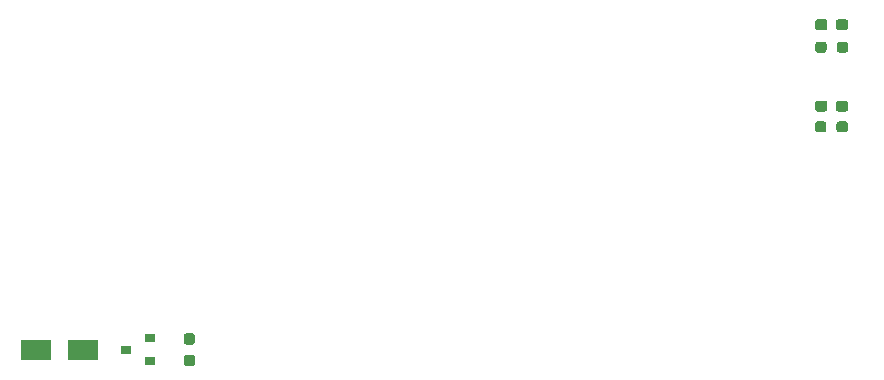
<source format=gtp>
G04 #@! TF.GenerationSoftware,KiCad,Pcbnew,(5.1.12)-1*
G04 #@! TF.CreationDate,2022-05-31T10:14:08-04:00*
G04 #@! TF.ProjectId,OMC_WIFI_PCB,4f4d435f-5749-4464-995f-5043422e6b69,rev?*
G04 #@! TF.SameCoordinates,Original*
G04 #@! TF.FileFunction,Paste,Top*
G04 #@! TF.FilePolarity,Positive*
%FSLAX46Y46*%
G04 Gerber Fmt 4.6, Leading zero omitted, Abs format (unit mm)*
G04 Created by KiCad (PCBNEW (5.1.12)-1) date 2022-05-31 10:14:08*
%MOMM*%
%LPD*%
G01*
G04 APERTURE LIST*
%ADD10R,0.900000X0.800000*%
%ADD11R,2.500000X1.800000*%
G04 APERTURE END LIST*
D10*
X619350000Y919100000D03*
X621350000Y920050000D03*
X621350000Y918150000D03*
G36*
G01*
X624462500Y918662500D02*
X624937500Y918662500D01*
G75*
G02*
X625175000Y918425000I0J-237500D01*
G01*
X625175000Y917925000D01*
G75*
G02*
X624937500Y917687500I-237500J0D01*
G01*
X624462500Y917687500D01*
G75*
G02*
X624225000Y917925000I0J237500D01*
G01*
X624225000Y918425000D01*
G75*
G02*
X624462500Y918662500I237500J0D01*
G01*
G37*
G36*
G01*
X624462500Y920487500D02*
X624937500Y920487500D01*
G75*
G02*
X625175000Y920250000I0J-237500D01*
G01*
X625175000Y919750000D01*
G75*
G02*
X624937500Y919512500I-237500J0D01*
G01*
X624462500Y919512500D01*
G75*
G02*
X624225000Y919750000I0J237500D01*
G01*
X624225000Y920250000D01*
G75*
G02*
X624462500Y920487500I237500J0D01*
G01*
G37*
G36*
G01*
X679487500Y937712500D02*
X679487500Y938187500D01*
G75*
G02*
X679725000Y938425000I237500J0D01*
G01*
X680225000Y938425000D01*
G75*
G02*
X680462500Y938187500I0J-237500D01*
G01*
X680462500Y937712500D01*
G75*
G02*
X680225000Y937475000I-237500J0D01*
G01*
X679725000Y937475000D01*
G75*
G02*
X679487500Y937712500I0J237500D01*
G01*
G37*
G36*
G01*
X677662500Y937712500D02*
X677662500Y938187500D01*
G75*
G02*
X677900000Y938425000I237500J0D01*
G01*
X678400000Y938425000D01*
G75*
G02*
X678637500Y938187500I0J-237500D01*
G01*
X678637500Y937712500D01*
G75*
G02*
X678400000Y937475000I-237500J0D01*
G01*
X677900000Y937475000D01*
G75*
G02*
X677662500Y937712500I0J237500D01*
G01*
G37*
G36*
G01*
X679512500Y944462500D02*
X679512500Y944937500D01*
G75*
G02*
X679750000Y945175000I237500J0D01*
G01*
X680250000Y945175000D01*
G75*
G02*
X680487500Y944937500I0J-237500D01*
G01*
X680487500Y944462500D01*
G75*
G02*
X680250000Y944225000I-237500J0D01*
G01*
X679750000Y944225000D01*
G75*
G02*
X679512500Y944462500I0J237500D01*
G01*
G37*
G36*
G01*
X677687500Y944462500D02*
X677687500Y944937500D01*
G75*
G02*
X677925000Y945175000I237500J0D01*
G01*
X678425000Y945175000D01*
G75*
G02*
X678662500Y944937500I0J-237500D01*
G01*
X678662500Y944462500D01*
G75*
G02*
X678425000Y944225000I-237500J0D01*
G01*
X677925000Y944225000D01*
G75*
G02*
X677687500Y944462500I0J237500D01*
G01*
G37*
D11*
X615700000Y919100000D03*
X611700000Y919100000D03*
G36*
G01*
X679425000Y939462500D02*
X679425000Y939937500D01*
G75*
G02*
X679662500Y940175000I237500J0D01*
G01*
X680237500Y940175000D01*
G75*
G02*
X680475000Y939937500I0J-237500D01*
G01*
X680475000Y939462500D01*
G75*
G02*
X680237500Y939225000I-237500J0D01*
G01*
X679662500Y939225000D01*
G75*
G02*
X679425000Y939462500I0J237500D01*
G01*
G37*
G36*
G01*
X677675000Y939462500D02*
X677675000Y939937500D01*
G75*
G02*
X677912500Y940175000I237500J0D01*
G01*
X678487500Y940175000D01*
G75*
G02*
X678725000Y939937500I0J-237500D01*
G01*
X678725000Y939462500D01*
G75*
G02*
X678487500Y939225000I-237500J0D01*
G01*
X677912500Y939225000D01*
G75*
G02*
X677675000Y939462500I0J237500D01*
G01*
G37*
G36*
G01*
X679425000Y946362500D02*
X679425000Y946837500D01*
G75*
G02*
X679662500Y947075000I237500J0D01*
G01*
X680237500Y947075000D01*
G75*
G02*
X680475000Y946837500I0J-237500D01*
G01*
X680475000Y946362500D01*
G75*
G02*
X680237500Y946125000I-237500J0D01*
G01*
X679662500Y946125000D01*
G75*
G02*
X679425000Y946362500I0J237500D01*
G01*
G37*
G36*
G01*
X677675000Y946362500D02*
X677675000Y946837500D01*
G75*
G02*
X677912500Y947075000I237500J0D01*
G01*
X678487500Y947075000D01*
G75*
G02*
X678725000Y946837500I0J-237500D01*
G01*
X678725000Y946362500D01*
G75*
G02*
X678487500Y946125000I-237500J0D01*
G01*
X677912500Y946125000D01*
G75*
G02*
X677675000Y946362500I0J237500D01*
G01*
G37*
M02*

</source>
